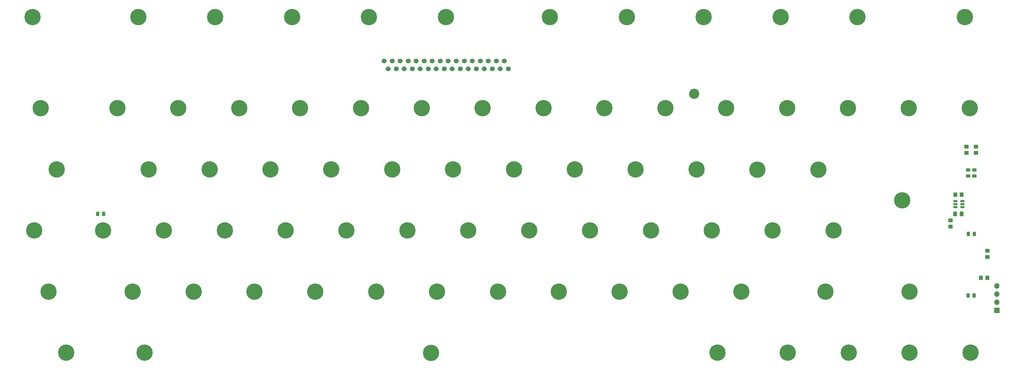
<source format=gbr>
%TF.GenerationSoftware,KiCad,Pcbnew,8.0.4*%
%TF.CreationDate,2024-08-07T11:27:01+10:00*%
%TF.ProjectId,A600KBv2,41363030-4b42-4763-922e-6b696361645f,rev?*%
%TF.SameCoordinates,Original*%
%TF.FileFunction,Soldermask,Top*%
%TF.FilePolarity,Negative*%
%FSLAX46Y46*%
G04 Gerber Fmt 4.6, Leading zero omitted, Abs format (unit mm)*
G04 Created by KiCad (PCBNEW 8.0.4) date 2024-08-07 11:27:01*
%MOMM*%
%LPD*%
G01*
G04 APERTURE LIST*
G04 Aperture macros list*
%AMRoundRect*
0 Rectangle with rounded corners*
0 $1 Rounding radius*
0 $2 $3 $4 $5 $6 $7 $8 $9 X,Y pos of 4 corners*
0 Add a 4 corners polygon primitive as box body*
4,1,4,$2,$3,$4,$5,$6,$7,$8,$9,$2,$3,0*
0 Add four circle primitives for the rounded corners*
1,1,$1+$1,$2,$3*
1,1,$1+$1,$4,$5*
1,1,$1+$1,$6,$7*
1,1,$1+$1,$8,$9*
0 Add four rect primitives between the rounded corners*
20,1,$1+$1,$2,$3,$4,$5,0*
20,1,$1+$1,$4,$5,$6,$7,0*
20,1,$1+$1,$6,$7,$8,$9,0*
20,1,$1+$1,$8,$9,$2,$3,0*%
G04 Aperture macros list end*
%ADD10R,1.700000X1.700000*%
%ADD11O,1.700000X1.700000*%
%ADD12C,5.100000*%
%ADD13RoundRect,0.250000X0.450000X-0.350000X0.450000X0.350000X-0.450000X0.350000X-0.450000X-0.350000X0*%
%ADD14RoundRect,0.250000X0.350000X0.450000X-0.350000X0.450000X-0.350000X-0.450000X0.350000X-0.450000X0*%
%ADD15C,3.200000*%
%ADD16RoundRect,0.243750X-0.243750X-0.456250X0.243750X-0.456250X0.243750X0.456250X-0.243750X0.456250X0*%
%ADD17RoundRect,0.243750X0.456250X-0.243750X0.456250X0.243750X-0.456250X0.243750X-0.456250X-0.243750X0*%
%ADD18RoundRect,0.243750X0.243750X0.456250X-0.243750X0.456250X-0.243750X-0.456250X0.243750X-0.456250X0*%
%ADD19RoundRect,0.250000X0.337500X0.475000X-0.337500X0.475000X-0.337500X-0.475000X0.337500X-0.475000X0*%
%ADD20RoundRect,0.150000X-0.512500X-0.150000X0.512500X-0.150000X0.512500X0.150000X-0.512500X0.150000X0*%
%ADD21C,1.524000*%
G04 APERTURE END LIST*
D10*
%TO.C,J2*%
X353500000Y-141620000D03*
D11*
X353500000Y-139080000D03*
X353500000Y-136540000D03*
X353500000Y-134000000D03*
%TD*%
D12*
%TO.C,MX36*%
X87500000Y-154900000D03*
%TD*%
D13*
%TO.C,R5*%
X347000000Y-92500000D03*
X347000000Y-90500000D03*
%TD*%
D12*
%TO.C,MX78*%
X326250000Y-154900000D03*
%TD*%
%TO.C,MX60*%
X262000000Y-50000000D03*
%TD*%
%TO.C,MX61*%
X269000000Y-78500000D03*
%TD*%
%TO.C,MX41*%
X197750000Y-135800000D03*
%TD*%
%TO.C,MX29*%
X159750000Y-135800000D03*
%TD*%
%TO.C,MX66*%
X297750000Y-97746569D03*
%TD*%
%TO.C,MX58*%
X264500000Y-116700000D03*
%TD*%
%TO.C,MX3*%
X55000000Y-78500000D03*
%TD*%
%TO.C,MX76*%
X307250000Y-154900000D03*
%TD*%
%TO.C,MX16*%
X112500000Y-116700000D03*
%TD*%
%TO.C,MX23*%
X140750000Y-135800000D03*
%TD*%
%TO.C,MX12*%
X266250000Y-154900000D03*
%TD*%
D14*
%TO.C,R6*%
X342500000Y-105500000D03*
X340500000Y-105500000D03*
%TD*%
D12*
%TO.C,MX26*%
X136000000Y-78500000D03*
%TD*%
%TO.C,MX70*%
X307000000Y-78500000D03*
%TD*%
%TO.C,MX4*%
X60000000Y-97600000D03*
%TD*%
%TO.C,MX59*%
X273750000Y-135800000D03*
%TD*%
%TO.C,MX57*%
X259750000Y-97600000D03*
%TD*%
%TO.C,MX46*%
X214000000Y-50000000D03*
%TD*%
%TO.C,MX53*%
X245500000Y-116700000D03*
%TD*%
%TO.C,MX72*%
X345000000Y-78500000D03*
%TD*%
%TO.C,MX44*%
X207500000Y-116700000D03*
%TD*%
D15*
%TO.C,REF\u002A\u002A*%
X259000000Y-74000000D03*
%TD*%
D12*
%TO.C,MX73*%
X326000000Y-78500000D03*
%TD*%
%TO.C,MX33*%
X164750000Y-97600000D03*
%TD*%
%TO.C,MX27*%
X145750000Y-97600000D03*
%TD*%
D16*
%TO.C,D5*%
X344500000Y-136961859D03*
X346375000Y-136961859D03*
%TD*%
D12*
%TO.C,MX68*%
X176851750Y-154975000D03*
%TD*%
D14*
%TO.C,R3*%
X350500000Y-131500000D03*
X348500000Y-131500000D03*
%TD*%
D12*
%TO.C,MX71*%
X323975000Y-107275000D03*
%TD*%
%TO.C,MX37*%
X181500000Y-50000000D03*
%TD*%
%TO.C,MX5*%
X74500000Y-116700000D03*
%TD*%
%TO.C,MX7*%
X288250000Y-154900000D03*
%TD*%
%TO.C,MX18*%
X53000000Y-116700000D03*
%TD*%
%TO.C,MX52*%
X240750000Y-97600000D03*
%TD*%
%TO.C,MX30*%
X63000000Y-154900000D03*
%TD*%
%TO.C,MX1*%
X300000000Y-135800000D03*
%TD*%
%TO.C,MX15*%
X107750000Y-97600000D03*
%TD*%
%TO.C,MX50*%
X235750000Y-135800000D03*
%TD*%
%TO.C,MX24*%
X57500000Y-135800000D03*
%TD*%
D17*
%TO.C,D3*%
X344551296Y-99688098D03*
X344551296Y-97813098D03*
%TD*%
D12*
%TO.C,MX42*%
X193000000Y-78500000D03*
%TD*%
%TO.C,MX25*%
X133500000Y-50000000D03*
%TD*%
%TO.C,MX48*%
X221750000Y-97600000D03*
%TD*%
D18*
%TO.C,D2*%
X74714461Y-111490353D03*
X72839461Y-111490353D03*
%TD*%
D19*
%TO.C,C1*%
X342500000Y-111500000D03*
X340425000Y-111500000D03*
%TD*%
D12*
%TO.C,MX31*%
X157500000Y-50000000D03*
%TD*%
%TO.C,MX56*%
X250000000Y-78500000D03*
%TD*%
%TO.C,MX69*%
X310000000Y-50000000D03*
%TD*%
%TO.C,MX9*%
X88750000Y-97600000D03*
%TD*%
%TO.C,MX43*%
X202750000Y-97600000D03*
%TD*%
%TO.C,MX49*%
X226500000Y-116700000D03*
%TD*%
D13*
%TO.C,R1*%
X339000000Y-115500000D03*
X339000000Y-113500000D03*
%TD*%
D12*
%TO.C,MX65*%
X288000000Y-78500000D03*
%TD*%
%TO.C,MX34*%
X169500000Y-116700000D03*
%TD*%
%TO.C,MX38*%
X174000000Y-78500000D03*
%TD*%
%TO.C,MX40*%
X188500000Y-116700000D03*
%TD*%
D16*
%TO.C,D4*%
X344586849Y-117770853D03*
X346461849Y-117770853D03*
%TD*%
D12*
%TO.C,MX21*%
X126750000Y-97600000D03*
%TD*%
%TO.C,MX62*%
X278750000Y-97750000D03*
%TD*%
%TO.C,MX63*%
X283500000Y-116700000D03*
%TD*%
%TO.C,MX13*%
X85500000Y-50000000D03*
%TD*%
%TO.C,MX10*%
X93500000Y-116700000D03*
%TD*%
%TO.C,MX55*%
X238000000Y-50000000D03*
%TD*%
%TO.C,MX14*%
X98000000Y-78500000D03*
%TD*%
%TO.C,MX32*%
X155000000Y-78500000D03*
%TD*%
%TO.C,MX20*%
X117000000Y-78500000D03*
%TD*%
D13*
%TO.C,R4*%
X344000000Y-92500000D03*
X344000000Y-90500000D03*
%TD*%
D12*
%TO.C,MX8*%
X79000000Y-78500000D03*
%TD*%
%TO.C,MX67*%
X302500000Y-116700000D03*
%TD*%
%TO.C,MX2*%
X52500000Y-50000000D03*
%TD*%
D13*
%TO.C,R2*%
X350500000Y-125000000D03*
X350500000Y-123000000D03*
%TD*%
D12*
%TO.C,MX19*%
X109500000Y-50000000D03*
%TD*%
%TO.C,MX75*%
X326250000Y-135800000D03*
%TD*%
%TO.C,MX74*%
X343500000Y-50000000D03*
%TD*%
%TO.C,MX47*%
X212000000Y-78500000D03*
%TD*%
%TO.C,MX22*%
X131500000Y-116700000D03*
%TD*%
%TO.C,MX77*%
X345250000Y-154900000D03*
%TD*%
D20*
%TO.C,U1*%
X340500000Y-107500000D03*
X340500000Y-108450000D03*
X340500000Y-109400000D03*
X342775000Y-109400000D03*
X342775000Y-108450000D03*
X342775000Y-107500000D03*
%TD*%
D12*
%TO.C,MX45*%
X216750000Y-135800000D03*
%TD*%
%TO.C,MX28*%
X150500000Y-116700000D03*
%TD*%
D17*
%TO.C,D1*%
X346463297Y-99688098D03*
X346463297Y-97813098D03*
%TD*%
D12*
%TO.C,MX64*%
X286000000Y-50000000D03*
%TD*%
%TO.C,MX6*%
X83750000Y-135800000D03*
%TD*%
%TO.C,MX39*%
X183750000Y-97600000D03*
%TD*%
%TO.C,MX11*%
X102750000Y-135800000D03*
%TD*%
%TO.C,MX54*%
X254750000Y-135800000D03*
%TD*%
%TO.C,MX17*%
X121750000Y-135800000D03*
%TD*%
%TO.C,MX35*%
X178750000Y-135800000D03*
%TD*%
%TO.C,MX51*%
X231000000Y-78500000D03*
%TD*%
D21*
%TO.C,J1*%
X162250000Y-63750000D03*
X163500000Y-66250000D03*
X164750000Y-63750000D03*
X166000000Y-66250000D03*
X167250000Y-63750000D03*
X168500000Y-66250000D03*
X169750000Y-63750000D03*
X171000000Y-66250000D03*
X172250000Y-63750000D03*
X173500000Y-66250000D03*
X174750000Y-63750000D03*
X176000000Y-66250000D03*
X177250000Y-63750000D03*
X178500000Y-66250000D03*
X179750000Y-63750000D03*
X181000000Y-66250000D03*
X182250000Y-63750000D03*
X183500000Y-66250000D03*
X184750000Y-63750000D03*
X186000000Y-66250000D03*
X187250000Y-63750000D03*
X188500000Y-66250000D03*
X189750000Y-63750000D03*
X191000000Y-66250000D03*
X192250000Y-63750000D03*
X193500000Y-66250000D03*
X194750000Y-63750000D03*
X196000000Y-66250000D03*
X197250000Y-63750000D03*
X198500000Y-66250000D03*
X199750000Y-63750000D03*
X201000000Y-66250000D03*
%TD*%
M02*

</source>
